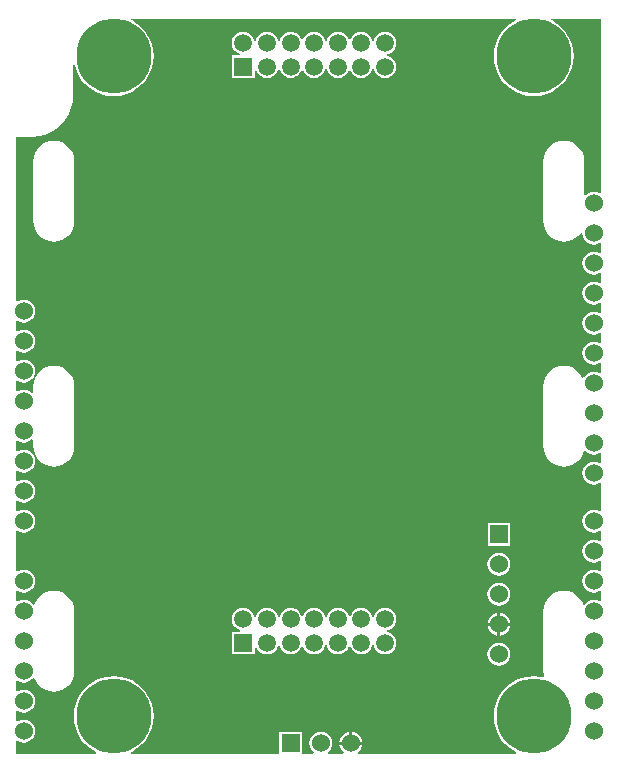
<source format=gbl>
%FSAX24Y24*%
%MOIN*%
G70*
G01*
G75*
G04 Layer_Physical_Order=2*
G04 Layer_Color=16711680*
%ADD10C,0.0197*%
%ADD11C,0.0591*%
%ADD12R,0.0591X0.0591*%
%ADD13C,0.0600*%
%ADD14R,0.0600X0.0600*%
%ADD15R,0.0600X0.0600*%
%ADD16C,0.2500*%
G36*
X052750Y072194D02*
X052705Y072172D01*
X052692Y072182D01*
X052599Y072220D01*
X052500Y072233D01*
X052401Y072220D01*
X052308Y072182D01*
X052229Y072121D01*
X052184Y072136D01*
Y073250D01*
X052183Y073252D01*
X052170Y073383D01*
X052131Y073511D01*
X052068Y073630D01*
X051983Y073733D01*
X051880Y073818D01*
X051761Y073881D01*
X051633Y073920D01*
X051500Y073933D01*
X051367Y073920D01*
X051239Y073881D01*
X051120Y073818D01*
X051017Y073733D01*
X050932Y073630D01*
X050869Y073511D01*
X050830Y073383D01*
X050817Y073252D01*
X050816Y073250D01*
Y071250D01*
X050817Y071248D01*
X050830Y071117D01*
X050869Y070989D01*
X050932Y070870D01*
X051017Y070767D01*
X051120Y070682D01*
X051239Y070619D01*
X051367Y070580D01*
X051500Y070567D01*
X051633Y070580D01*
X051761Y070619D01*
X051880Y070682D01*
X051983Y070767D01*
X052068Y070870D01*
X052070Y070874D01*
X052118Y070859D01*
X052117Y070850D01*
X052130Y070751D01*
X052168Y070658D01*
X052229Y070579D01*
X052308Y070518D01*
X052401Y070480D01*
X052500Y070467D01*
X052599Y070480D01*
X052692Y070518D01*
X052705Y070528D01*
X052750Y070506D01*
Y070194D01*
X052705Y070172D01*
X052692Y070182D01*
X052599Y070220D01*
X052500Y070233D01*
X052401Y070220D01*
X052308Y070182D01*
X052229Y070121D01*
X052168Y070042D01*
X052130Y069949D01*
X052117Y069850D01*
X052130Y069751D01*
X052168Y069658D01*
X052229Y069579D01*
X052308Y069518D01*
X052401Y069480D01*
X052500Y069467D01*
X052599Y069480D01*
X052692Y069518D01*
X052705Y069528D01*
X052750Y069506D01*
Y069194D01*
X052705Y069172D01*
X052692Y069182D01*
X052599Y069220D01*
X052500Y069233D01*
X052401Y069220D01*
X052308Y069182D01*
X052229Y069121D01*
X052168Y069042D01*
X052130Y068949D01*
X052117Y068850D01*
X052130Y068751D01*
X052168Y068658D01*
X052229Y068579D01*
X052308Y068518D01*
X052401Y068480D01*
X052500Y068467D01*
X052599Y068480D01*
X052692Y068518D01*
X052705Y068528D01*
X052750Y068506D01*
Y068194D01*
X052705Y068172D01*
X052692Y068182D01*
X052599Y068220D01*
X052500Y068233D01*
X052401Y068220D01*
X052308Y068182D01*
X052229Y068121D01*
X052168Y068042D01*
X052130Y067949D01*
X052117Y067850D01*
X052130Y067751D01*
X052168Y067658D01*
X052229Y067579D01*
X052308Y067518D01*
X052401Y067480D01*
X052500Y067467D01*
X052599Y067480D01*
X052692Y067518D01*
X052705Y067528D01*
X052750Y067506D01*
Y067194D01*
X052705Y067172D01*
X052692Y067182D01*
X052599Y067220D01*
X052500Y067233D01*
X052401Y067220D01*
X052308Y067182D01*
X052229Y067121D01*
X052168Y067042D01*
X052130Y066949D01*
X052117Y066850D01*
X052130Y066751D01*
X052168Y066658D01*
X052229Y066579D01*
X052308Y066518D01*
X052401Y066480D01*
X052500Y066467D01*
X052599Y066480D01*
X052692Y066518D01*
X052705Y066528D01*
X052750Y066506D01*
Y066194D01*
X052705Y066172D01*
X052692Y066182D01*
X052599Y066220D01*
X052500Y066233D01*
X052401Y066220D01*
X052308Y066182D01*
X052229Y066121D01*
X052168Y066042D01*
X052167Y066040D01*
X052117Y066037D01*
X052068Y066130D01*
X051983Y066233D01*
X051880Y066318D01*
X051761Y066381D01*
X051633Y066420D01*
X051500Y066433D01*
X051367Y066420D01*
X051239Y066381D01*
X051120Y066318D01*
X051017Y066233D01*
X050932Y066130D01*
X050869Y066011D01*
X050830Y065883D01*
X050817Y065752D01*
X050816Y065750D01*
Y063750D01*
X050817Y063748D01*
X050830Y063617D01*
X050869Y063489D01*
X050932Y063370D01*
X051017Y063267D01*
X051120Y063182D01*
X051239Y063119D01*
X051367Y063080D01*
X051500Y063067D01*
X051633Y063080D01*
X051761Y063119D01*
X051880Y063182D01*
X051983Y063267D01*
X052068Y063370D01*
X052131Y063489D01*
X052163Y063592D01*
X052212Y063601D01*
X052229Y063579D01*
X052308Y063518D01*
X052401Y063480D01*
X052500Y063467D01*
X052599Y063480D01*
X052692Y063518D01*
X052705Y063528D01*
X052750Y063506D01*
Y063194D01*
X052705Y063172D01*
X052692Y063182D01*
X052599Y063220D01*
X052500Y063233D01*
X052401Y063220D01*
X052308Y063182D01*
X052229Y063121D01*
X052168Y063042D01*
X052130Y062949D01*
X052117Y062850D01*
X052130Y062751D01*
X052168Y062658D01*
X052229Y062579D01*
X052308Y062518D01*
X052401Y062480D01*
X052500Y062467D01*
X052599Y062480D01*
X052692Y062518D01*
X052705Y062528D01*
X052750Y062506D01*
Y061594D01*
X052705Y061572D01*
X052692Y061582D01*
X052599Y061620D01*
X052500Y061633D01*
X052401Y061620D01*
X052308Y061582D01*
X052229Y061521D01*
X052168Y061442D01*
X052130Y061349D01*
X052117Y061250D01*
X052130Y061151D01*
X052168Y061058D01*
X052229Y060979D01*
X052308Y060918D01*
X052401Y060880D01*
X052500Y060867D01*
X052599Y060880D01*
X052692Y060918D01*
X052705Y060928D01*
X052750Y060906D01*
Y060594D01*
X052705Y060572D01*
X052692Y060582D01*
X052599Y060620D01*
X052500Y060633D01*
X052401Y060620D01*
X052308Y060582D01*
X052229Y060521D01*
X052168Y060442D01*
X052130Y060349D01*
X052117Y060250D01*
X052130Y060151D01*
X052168Y060058D01*
X052229Y059979D01*
X052308Y059918D01*
X052401Y059880D01*
X052500Y059867D01*
X052599Y059880D01*
X052692Y059918D01*
X052705Y059928D01*
X052750Y059906D01*
Y059594D01*
X052705Y059572D01*
X052692Y059582D01*
X052599Y059620D01*
X052500Y059633D01*
X052401Y059620D01*
X052308Y059582D01*
X052229Y059521D01*
X052168Y059442D01*
X052130Y059349D01*
X052117Y059250D01*
X052130Y059151D01*
X052168Y059058D01*
X052229Y058979D01*
X052308Y058918D01*
X052401Y058880D01*
X052500Y058867D01*
X052599Y058880D01*
X052692Y058918D01*
X052705Y058928D01*
X052750Y058906D01*
Y058594D01*
X052705Y058572D01*
X052692Y058582D01*
X052599Y058620D01*
X052500Y058633D01*
X052401Y058620D01*
X052308Y058582D01*
X052229Y058521D01*
X052190Y058470D01*
X052141Y058479D01*
X052131Y058511D01*
X052068Y058630D01*
X051983Y058733D01*
X051880Y058818D01*
X051761Y058881D01*
X051633Y058920D01*
X051500Y058933D01*
X051367Y058920D01*
X051239Y058881D01*
X051120Y058818D01*
X051017Y058733D01*
X050932Y058630D01*
X050869Y058511D01*
X050830Y058383D01*
X050817Y058252D01*
X050816Y058250D01*
Y056250D01*
X050817Y056248D01*
X050830Y056117D01*
X050841Y056081D01*
X050806Y056044D01*
X050709Y056068D01*
X050500Y056084D01*
X050291Y056068D01*
X050088Y056019D01*
X049894Y055939D01*
X049716Y055829D01*
X049557Y055693D01*
X049421Y055534D01*
X049311Y055356D01*
X049231Y055162D01*
X049182Y054959D01*
X049166Y054750D01*
X049182Y054541D01*
X049231Y054338D01*
X049311Y054144D01*
X049421Y053966D01*
X049557Y053807D01*
X049716Y053671D01*
X049894Y053561D01*
X049924Y053549D01*
X049914Y053500D01*
X044646D01*
X044630Y053547D01*
X044671Y053579D01*
X044732Y053658D01*
X044770Y053751D01*
X044777Y053800D01*
X044023D01*
X044030Y053751D01*
X044068Y053658D01*
X044129Y053579D01*
X044170Y053547D01*
X044154Y053500D01*
X043646D01*
X043630Y053547D01*
X043671Y053579D01*
X043732Y053658D01*
X043770Y053751D01*
X043783Y053850D01*
X043770Y053949D01*
X043732Y054042D01*
X043671Y054121D01*
X043592Y054182D01*
X043499Y054220D01*
X043400Y054233D01*
X043301Y054220D01*
X043208Y054182D01*
X043129Y054121D01*
X043068Y054042D01*
X043030Y053949D01*
X043017Y053850D01*
X043030Y053751D01*
X043068Y053658D01*
X043129Y053579D01*
X043170Y053547D01*
X043154Y053500D01*
X042780D01*
Y054230D01*
X042020D01*
Y053500D01*
X037086D01*
X037076Y053549D01*
X037106Y053561D01*
X037284Y053671D01*
X037443Y053807D01*
X037579Y053966D01*
X037689Y054144D01*
X037769Y054338D01*
X037818Y054541D01*
X037834Y054750D01*
X037818Y054959D01*
X037769Y055162D01*
X037689Y055356D01*
X037579Y055534D01*
X037443Y055693D01*
X037284Y055829D01*
X037106Y055939D01*
X036912Y056019D01*
X036709Y056068D01*
X036500Y056084D01*
X036291Y056068D01*
X036088Y056019D01*
X035894Y055939D01*
X035716Y055829D01*
X035557Y055693D01*
X035421Y055534D01*
X035311Y055356D01*
X035231Y055162D01*
X035182Y054959D01*
X035166Y054750D01*
X035182Y054541D01*
X035231Y054338D01*
X035311Y054144D01*
X035421Y053966D01*
X035557Y053807D01*
X035716Y053671D01*
X035894Y053561D01*
X035924Y053549D01*
X035914Y053500D01*
X033250D01*
Y053906D01*
X033295Y053928D01*
X033308Y053918D01*
X033401Y053880D01*
X033500Y053867D01*
X033599Y053880D01*
X033692Y053918D01*
X033771Y053979D01*
X033832Y054058D01*
X033870Y054151D01*
X033883Y054250D01*
X033870Y054349D01*
X033832Y054442D01*
X033771Y054521D01*
X033692Y054582D01*
X033599Y054620D01*
X033500Y054633D01*
X033401Y054620D01*
X033308Y054582D01*
X033295Y054572D01*
X033250Y054594D01*
Y054906D01*
X033295Y054928D01*
X033308Y054918D01*
X033401Y054880D01*
X033500Y054867D01*
X033599Y054880D01*
X033692Y054918D01*
X033771Y054979D01*
X033832Y055058D01*
X033870Y055151D01*
X033883Y055250D01*
X033870Y055349D01*
X033832Y055442D01*
X033771Y055521D01*
X033692Y055582D01*
X033599Y055620D01*
X033500Y055633D01*
X033401Y055620D01*
X033308Y055582D01*
X033295Y055572D01*
X033250Y055594D01*
Y055906D01*
X033295Y055928D01*
X033308Y055918D01*
X033401Y055880D01*
X033500Y055867D01*
X033599Y055880D01*
X033692Y055918D01*
X033771Y055979D01*
X033810Y056030D01*
X033859Y056021D01*
X033869Y055989D01*
X033932Y055870D01*
X034017Y055767D01*
X034120Y055682D01*
X034239Y055619D01*
X034367Y055580D01*
X034500Y055567D01*
X034633Y055580D01*
X034761Y055619D01*
X034880Y055682D01*
X034983Y055767D01*
X035068Y055870D01*
X035131Y055989D01*
X035170Y056117D01*
X035183Y056248D01*
X035184Y056250D01*
Y058250D01*
X035183Y058252D01*
X035170Y058383D01*
X035131Y058511D01*
X035068Y058630D01*
X034983Y058733D01*
X034880Y058818D01*
X034761Y058881D01*
X034633Y058920D01*
X034500Y058933D01*
X034367Y058920D01*
X034239Y058881D01*
X034120Y058818D01*
X034017Y058733D01*
X033932Y058630D01*
X033869Y058511D01*
X033859Y058479D01*
X033810Y058470D01*
X033771Y058521D01*
X033692Y058582D01*
X033599Y058620D01*
X033500Y058633D01*
X033401Y058620D01*
X033308Y058582D01*
X033295Y058572D01*
X033250Y058594D01*
Y058906D01*
X033295Y058928D01*
X033308Y058918D01*
X033401Y058880D01*
X033500Y058867D01*
X033599Y058880D01*
X033692Y058918D01*
X033771Y058979D01*
X033832Y059058D01*
X033870Y059151D01*
X033883Y059250D01*
X033870Y059349D01*
X033832Y059442D01*
X033771Y059521D01*
X033692Y059582D01*
X033599Y059620D01*
X033500Y059633D01*
X033401Y059620D01*
X033308Y059582D01*
X033295Y059572D01*
X033250Y059594D01*
Y060906D01*
X033295Y060928D01*
X033308Y060918D01*
X033401Y060880D01*
X033500Y060867D01*
X033599Y060880D01*
X033692Y060918D01*
X033771Y060979D01*
X033832Y061058D01*
X033870Y061151D01*
X033883Y061250D01*
X033870Y061349D01*
X033832Y061442D01*
X033771Y061521D01*
X033692Y061582D01*
X033599Y061620D01*
X033500Y061633D01*
X033401Y061620D01*
X033308Y061582D01*
X033295Y061572D01*
X033250Y061594D01*
Y061906D01*
X033295Y061928D01*
X033308Y061918D01*
X033401Y061880D01*
X033500Y061867D01*
X033599Y061880D01*
X033692Y061918D01*
X033771Y061979D01*
X033832Y062058D01*
X033870Y062151D01*
X033883Y062250D01*
X033870Y062349D01*
X033832Y062442D01*
X033771Y062521D01*
X033692Y062582D01*
X033599Y062620D01*
X033500Y062633D01*
X033401Y062620D01*
X033308Y062582D01*
X033295Y062572D01*
X033250Y062594D01*
Y062906D01*
X033295Y062928D01*
X033308Y062918D01*
X033401Y062880D01*
X033500Y062867D01*
X033599Y062880D01*
X033692Y062918D01*
X033771Y062979D01*
X033832Y063058D01*
X033870Y063151D01*
X033883Y063250D01*
X033870Y063349D01*
X033832Y063442D01*
X033771Y063521D01*
X033692Y063582D01*
X033599Y063620D01*
X033500Y063633D01*
X033401Y063620D01*
X033308Y063582D01*
X033295Y063572D01*
X033250Y063594D01*
Y063906D01*
X033295Y063928D01*
X033308Y063918D01*
X033401Y063880D01*
X033500Y063867D01*
X033599Y063880D01*
X033692Y063918D01*
X033771Y063979D01*
X033816Y063964D01*
Y063750D01*
X033817Y063748D01*
X033830Y063617D01*
X033869Y063489D01*
X033932Y063370D01*
X034017Y063267D01*
X034120Y063182D01*
X034239Y063119D01*
X034367Y063080D01*
X034500Y063067D01*
X034633Y063080D01*
X034761Y063119D01*
X034880Y063182D01*
X034983Y063267D01*
X035068Y063370D01*
X035131Y063489D01*
X035170Y063617D01*
X035183Y063748D01*
X035184Y063750D01*
Y065750D01*
X035183Y065752D01*
X035170Y065883D01*
X035131Y066011D01*
X035068Y066130D01*
X034983Y066233D01*
X034880Y066318D01*
X034761Y066381D01*
X034633Y066420D01*
X034500Y066433D01*
X034367Y066420D01*
X034239Y066381D01*
X034120Y066318D01*
X034017Y066233D01*
X033932Y066130D01*
X033869Y066011D01*
X033830Y065883D01*
X033817Y065752D01*
X033816Y065750D01*
Y065536D01*
X033771Y065521D01*
X033692Y065582D01*
X033599Y065620D01*
X033500Y065633D01*
X033401Y065620D01*
X033308Y065582D01*
X033295Y065572D01*
X033250Y065594D01*
Y065906D01*
X033295Y065928D01*
X033308Y065918D01*
X033401Y065880D01*
X033500Y065867D01*
X033599Y065880D01*
X033692Y065918D01*
X033771Y065979D01*
X033832Y066058D01*
X033870Y066151D01*
X033883Y066250D01*
X033870Y066349D01*
X033832Y066442D01*
X033771Y066521D01*
X033692Y066582D01*
X033599Y066620D01*
X033500Y066633D01*
X033401Y066620D01*
X033308Y066582D01*
X033295Y066572D01*
X033250Y066594D01*
Y066906D01*
X033295Y066928D01*
X033308Y066918D01*
X033401Y066880D01*
X033500Y066867D01*
X033599Y066880D01*
X033692Y066918D01*
X033771Y066979D01*
X033832Y067058D01*
X033870Y067151D01*
X033883Y067250D01*
X033870Y067349D01*
X033832Y067442D01*
X033771Y067521D01*
X033692Y067582D01*
X033599Y067620D01*
X033500Y067633D01*
X033401Y067620D01*
X033308Y067582D01*
X033295Y067572D01*
X033250Y067594D01*
Y067906D01*
X033295Y067928D01*
X033308Y067918D01*
X033401Y067880D01*
X033500Y067867D01*
X033599Y067880D01*
X033692Y067918D01*
X033771Y067979D01*
X033832Y068058D01*
X033870Y068151D01*
X033883Y068250D01*
X033870Y068349D01*
X033832Y068442D01*
X033771Y068521D01*
X033692Y068582D01*
X033599Y068620D01*
X033500Y068633D01*
X033401Y068620D01*
X033308Y068582D01*
X033295Y068572D01*
X033250Y068594D01*
Y074066D01*
X033787D01*
Y074066D01*
X034001Y074083D01*
X034209Y074133D01*
X034407Y074215D01*
X034590Y074327D01*
X034753Y074466D01*
X034892Y074629D01*
X035004Y074811D01*
X035086Y075009D01*
X035136Y075218D01*
X035153Y075431D01*
X035152D01*
Y076455D01*
X035202Y076461D01*
X035231Y076338D01*
X035311Y076144D01*
X035421Y075966D01*
X035557Y075807D01*
X035716Y075671D01*
X035894Y075561D01*
X036088Y075481D01*
X036291Y075432D01*
X036500Y075416D01*
X036709Y075432D01*
X036912Y075481D01*
X037106Y075561D01*
X037284Y075671D01*
X037443Y075807D01*
X037579Y075966D01*
X037689Y076144D01*
X037769Y076338D01*
X037818Y076541D01*
X037834Y076750D01*
X037818Y076959D01*
X037769Y077162D01*
X037689Y077356D01*
X037579Y077534D01*
X037443Y077693D01*
X037284Y077829D01*
X037106Y077939D01*
X037076Y077951D01*
X037086Y078000D01*
X049914D01*
X049924Y077951D01*
X049894Y077939D01*
X049716Y077829D01*
X049557Y077693D01*
X049421Y077534D01*
X049311Y077356D01*
X049231Y077162D01*
X049182Y076959D01*
X049166Y076750D01*
X049182Y076541D01*
X049231Y076338D01*
X049311Y076144D01*
X049421Y075966D01*
X049557Y075807D01*
X049716Y075671D01*
X049894Y075561D01*
X050088Y075481D01*
X050291Y075432D01*
X050500Y075416D01*
X050709Y075432D01*
X050912Y075481D01*
X051106Y075561D01*
X051284Y075671D01*
X051443Y075807D01*
X051579Y075966D01*
X051689Y076144D01*
X051769Y076338D01*
X051818Y076541D01*
X051834Y076750D01*
X051818Y076959D01*
X051769Y077162D01*
X051689Y077356D01*
X051579Y077534D01*
X051443Y077693D01*
X051284Y077829D01*
X051106Y077939D01*
X051076Y077951D01*
X051086Y078000D01*
X052750D01*
Y072194D01*
D02*
G37*
%LPC*%
G36*
X049290Y057760D02*
X048963D01*
X048970Y057711D01*
X049008Y057618D01*
X049069Y057539D01*
X049148Y057478D01*
X049241Y057440D01*
X049290Y057433D01*
Y057760D01*
D02*
G37*
G36*
X049717D02*
X049390D01*
Y057433D01*
X049439Y057440D01*
X049532Y057478D01*
X049611Y057539D01*
X049672Y057618D01*
X049710Y057711D01*
X049717Y057760D01*
D02*
G37*
G36*
X049290Y058187D02*
X049241Y058180D01*
X049148Y058142D01*
X049069Y058081D01*
X049008Y058002D01*
X048970Y057909D01*
X048963Y057860D01*
X049290D01*
Y058187D01*
D02*
G37*
G36*
X044350Y054227D02*
X044301Y054220D01*
X044208Y054182D01*
X044129Y054121D01*
X044068Y054042D01*
X044030Y053949D01*
X044023Y053900D01*
X044350D01*
Y054227D01*
D02*
G37*
G36*
X044450D02*
Y053900D01*
X044777D01*
X044770Y053949D01*
X044732Y054042D01*
X044671Y054121D01*
X044592Y054182D01*
X044499Y054220D01*
X044450Y054227D01*
D02*
G37*
G36*
X049340Y057193D02*
X049241Y057180D01*
X049148Y057142D01*
X049069Y057081D01*
X049008Y057002D01*
X048970Y056909D01*
X048957Y056810D01*
X048970Y056711D01*
X049008Y056618D01*
X049069Y056539D01*
X049148Y056478D01*
X049241Y056440D01*
X049340Y056427D01*
X049439Y056440D01*
X049532Y056478D01*
X049611Y056539D01*
X049672Y056618D01*
X049710Y056711D01*
X049723Y056810D01*
X049710Y056909D01*
X049672Y057002D01*
X049611Y057081D01*
X049532Y057142D01*
X049439Y057180D01*
X049340Y057193D01*
D02*
G37*
G36*
X049390Y058187D02*
Y057860D01*
X049717D01*
X049710Y057909D01*
X049672Y058002D01*
X049611Y058081D01*
X049532Y058142D01*
X049439Y058180D01*
X049390Y058187D01*
D02*
G37*
G36*
X049720Y061190D02*
X048960D01*
Y060430D01*
X049720D01*
Y061190D01*
D02*
G37*
G36*
X034500Y073933D02*
X034367Y073920D01*
X034239Y073881D01*
X034120Y073818D01*
X034017Y073733D01*
X033932Y073630D01*
X033869Y073511D01*
X033830Y073383D01*
X033817Y073252D01*
X033816Y073250D01*
Y071250D01*
X033817Y071248D01*
X033830Y071117D01*
X033869Y070989D01*
X033932Y070870D01*
X034017Y070767D01*
X034120Y070682D01*
X034239Y070619D01*
X034367Y070580D01*
X034500Y070567D01*
X034633Y070580D01*
X034761Y070619D01*
X034880Y070682D01*
X034983Y070767D01*
X035068Y070870D01*
X035131Y070989D01*
X035170Y071117D01*
X035183Y071248D01*
X035184Y071250D01*
Y073250D01*
X035183Y073252D01*
X035170Y073383D01*
X035131Y073511D01*
X035068Y073630D01*
X034983Y073733D01*
X034880Y073818D01*
X034761Y073881D01*
X034633Y073920D01*
X034500Y073933D01*
D02*
G37*
G36*
X045544Y077566D02*
X045446Y077553D01*
X045355Y077515D01*
X045277Y077455D01*
X045217Y077377D01*
X045179Y077285D01*
X045176Y077262D01*
X045126D01*
X045123Y077285D01*
X045085Y077377D01*
X045025Y077455D01*
X044946Y077515D01*
X044855Y077553D01*
X044757Y077566D01*
X044659Y077553D01*
X044568Y077515D01*
X044489Y077455D01*
X044429Y077377D01*
X044391Y077285D01*
X044388Y077262D01*
X044338D01*
X044335Y077285D01*
X044297Y077377D01*
X044237Y077455D01*
X044159Y077515D01*
X044068Y077553D01*
X043970Y077566D01*
X043872Y077553D01*
X043780Y077515D01*
X043702Y077455D01*
X043642Y077377D01*
X043604Y077285D01*
X043601Y077262D01*
X043551D01*
X043548Y077285D01*
X043510Y077377D01*
X043450Y077455D01*
X043371Y077515D01*
X043280Y077553D01*
X043182Y077566D01*
X043084Y077553D01*
X042993Y077515D01*
X042915Y077455D01*
X042854Y077377D01*
X042817Y077285D01*
X042814Y077262D01*
X042764D01*
X042760Y077285D01*
X042723Y077377D01*
X042662Y077455D01*
X042584Y077515D01*
X042493Y077553D01*
X042395Y077566D01*
X042297Y077553D01*
X042206Y077515D01*
X042127Y077455D01*
X042067Y077377D01*
X042029Y077285D01*
X042026Y077262D01*
X041976D01*
X041973Y077285D01*
X041935Y077377D01*
X041875Y077455D01*
X041797Y077515D01*
X041705Y077553D01*
X041607Y077566D01*
X041509Y077553D01*
X041418Y077515D01*
X041340Y077455D01*
X041280Y077377D01*
X041242Y077285D01*
X041239Y077262D01*
X041189D01*
X041186Y077285D01*
X041148Y077377D01*
X041088Y077455D01*
X041009Y077515D01*
X040918Y077553D01*
X040820Y077566D01*
X040722Y077553D01*
X040631Y077515D01*
X040552Y077455D01*
X040492Y077377D01*
X040454Y077285D01*
X040441Y077187D01*
X040454Y077089D01*
X040492Y076998D01*
X040552Y076920D01*
X040631Y076860D01*
X040716Y076824D01*
X040706Y076775D01*
X040445D01*
Y076025D01*
X041195D01*
Y076286D01*
X041244Y076296D01*
X041280Y076211D01*
X041340Y076132D01*
X041418Y076072D01*
X041509Y076034D01*
X041607Y076021D01*
X041705Y076034D01*
X041797Y076072D01*
X041875Y076132D01*
X041935Y076211D01*
X041973Y076302D01*
X041976Y076325D01*
X042026D01*
X042029Y076302D01*
X042067Y076211D01*
X042127Y076132D01*
X042206Y076072D01*
X042297Y076034D01*
X042395Y076021D01*
X042493Y076034D01*
X042584Y076072D01*
X042662Y076132D01*
X042723Y076211D01*
X042760Y076302D01*
X042764Y076325D01*
X042814D01*
X042817Y076302D01*
X042854Y076211D01*
X042915Y076132D01*
X042993Y076072D01*
X043084Y076034D01*
X043182Y076021D01*
X043280Y076034D01*
X043371Y076072D01*
X043450Y076132D01*
X043510Y076211D01*
X043548Y076302D01*
X043551Y076325D01*
X043601D01*
X043604Y076302D01*
X043642Y076211D01*
X043702Y076132D01*
X043780Y076072D01*
X043872Y076034D01*
X043970Y076021D01*
X044068Y076034D01*
X044159Y076072D01*
X044237Y076132D01*
X044297Y076211D01*
X044335Y076302D01*
X044338Y076325D01*
X044388D01*
X044391Y076302D01*
X044429Y076211D01*
X044489Y076132D01*
X044568Y076072D01*
X044659Y076034D01*
X044757Y076021D01*
X044855Y076034D01*
X044946Y076072D01*
X045025Y076132D01*
X045085Y076211D01*
X045123Y076302D01*
X045126Y076325D01*
X045176D01*
X045179Y076302D01*
X045217Y076211D01*
X045277Y076132D01*
X045355Y076072D01*
X045446Y076034D01*
X045544Y076021D01*
X045642Y076034D01*
X045734Y076072D01*
X045812Y076132D01*
X045872Y076211D01*
X045910Y076302D01*
X045923Y076400D01*
X045910Y076498D01*
X045872Y076589D01*
X045812Y076668D01*
X045734Y076728D01*
X045642Y076766D01*
X045619Y076769D01*
Y076819D01*
X045642Y076822D01*
X045734Y076860D01*
X045812Y076920D01*
X045872Y076998D01*
X045910Y077089D01*
X045923Y077187D01*
X045910Y077285D01*
X045872Y077377D01*
X045812Y077455D01*
X045734Y077515D01*
X045642Y077553D01*
X045544Y077566D01*
D02*
G37*
G36*
Y058356D02*
X045446Y058343D01*
X045355Y058305D01*
X045277Y058245D01*
X045217Y058167D01*
X045179Y058075D01*
X045176Y058052D01*
X045126D01*
X045123Y058075D01*
X045085Y058167D01*
X045025Y058245D01*
X044946Y058305D01*
X044855Y058343D01*
X044757Y058356D01*
X044659Y058343D01*
X044568Y058305D01*
X044489Y058245D01*
X044429Y058167D01*
X044391Y058075D01*
X044388Y058052D01*
X044338D01*
X044335Y058075D01*
X044297Y058167D01*
X044237Y058245D01*
X044159Y058305D01*
X044068Y058343D01*
X043970Y058356D01*
X043872Y058343D01*
X043780Y058305D01*
X043702Y058245D01*
X043642Y058167D01*
X043604Y058075D01*
X043601Y058052D01*
X043551D01*
X043548Y058075D01*
X043510Y058167D01*
X043450Y058245D01*
X043371Y058305D01*
X043280Y058343D01*
X043182Y058356D01*
X043084Y058343D01*
X042993Y058305D01*
X042915Y058245D01*
X042854Y058167D01*
X042817Y058075D01*
X042814Y058052D01*
X042764D01*
X042760Y058075D01*
X042723Y058167D01*
X042662Y058245D01*
X042584Y058305D01*
X042493Y058343D01*
X042395Y058356D01*
X042297Y058343D01*
X042206Y058305D01*
X042127Y058245D01*
X042067Y058167D01*
X042029Y058075D01*
X042026Y058052D01*
X041976D01*
X041973Y058075D01*
X041935Y058167D01*
X041875Y058245D01*
X041797Y058305D01*
X041705Y058343D01*
X041607Y058356D01*
X041509Y058343D01*
X041418Y058305D01*
X041340Y058245D01*
X041280Y058167D01*
X041242Y058075D01*
X041239Y058052D01*
X041189D01*
X041186Y058075D01*
X041148Y058167D01*
X041088Y058245D01*
X041009Y058305D01*
X040918Y058343D01*
X040820Y058356D01*
X040722Y058343D01*
X040631Y058305D01*
X040552Y058245D01*
X040492Y058167D01*
X040454Y058075D01*
X040441Y057977D01*
X040454Y057879D01*
X040492Y057788D01*
X040552Y057710D01*
X040631Y057650D01*
X040716Y057614D01*
X040706Y057565D01*
X040445D01*
Y056815D01*
X041195D01*
Y057076D01*
X041244Y057086D01*
X041280Y057001D01*
X041340Y056922D01*
X041418Y056862D01*
X041509Y056824D01*
X041607Y056811D01*
X041705Y056824D01*
X041797Y056862D01*
X041875Y056922D01*
X041935Y057001D01*
X041973Y057092D01*
X041976Y057115D01*
X042026D01*
X042029Y057092D01*
X042067Y057001D01*
X042127Y056922D01*
X042206Y056862D01*
X042297Y056824D01*
X042395Y056811D01*
X042493Y056824D01*
X042584Y056862D01*
X042662Y056922D01*
X042723Y057001D01*
X042760Y057092D01*
X042764Y057115D01*
X042814D01*
X042817Y057092D01*
X042854Y057001D01*
X042915Y056922D01*
X042993Y056862D01*
X043084Y056824D01*
X043182Y056811D01*
X043280Y056824D01*
X043371Y056862D01*
X043450Y056922D01*
X043510Y057001D01*
X043548Y057092D01*
X043551Y057115D01*
X043601D01*
X043604Y057092D01*
X043642Y057001D01*
X043702Y056922D01*
X043780Y056862D01*
X043872Y056824D01*
X043970Y056811D01*
X044068Y056824D01*
X044159Y056862D01*
X044237Y056922D01*
X044297Y057001D01*
X044335Y057092D01*
X044338Y057115D01*
X044388D01*
X044391Y057092D01*
X044429Y057001D01*
X044489Y056922D01*
X044568Y056862D01*
X044659Y056824D01*
X044757Y056811D01*
X044855Y056824D01*
X044946Y056862D01*
X045025Y056922D01*
X045085Y057001D01*
X045123Y057092D01*
X045126Y057115D01*
X045176D01*
X045179Y057092D01*
X045217Y057001D01*
X045277Y056922D01*
X045355Y056862D01*
X045446Y056824D01*
X045544Y056811D01*
X045642Y056824D01*
X045734Y056862D01*
X045812Y056922D01*
X045872Y057001D01*
X045910Y057092D01*
X045923Y057190D01*
X045910Y057288D01*
X045872Y057379D01*
X045812Y057458D01*
X045734Y057518D01*
X045642Y057556D01*
X045619Y057559D01*
Y057609D01*
X045642Y057612D01*
X045734Y057650D01*
X045812Y057710D01*
X045872Y057788D01*
X045910Y057879D01*
X045923Y057977D01*
X045910Y058075D01*
X045872Y058167D01*
X045812Y058245D01*
X045734Y058305D01*
X045642Y058343D01*
X045544Y058356D01*
D02*
G37*
G36*
X049340Y059193D02*
X049241Y059180D01*
X049148Y059142D01*
X049069Y059081D01*
X049008Y059002D01*
X048970Y058909D01*
X048957Y058810D01*
X048970Y058711D01*
X049008Y058618D01*
X049069Y058539D01*
X049148Y058478D01*
X049241Y058440D01*
X049340Y058427D01*
X049439Y058440D01*
X049532Y058478D01*
X049611Y058539D01*
X049672Y058618D01*
X049710Y058711D01*
X049723Y058810D01*
X049710Y058909D01*
X049672Y059002D01*
X049611Y059081D01*
X049532Y059142D01*
X049439Y059180D01*
X049340Y059193D01*
D02*
G37*
G36*
Y060193D02*
X049241Y060180D01*
X049148Y060142D01*
X049069Y060081D01*
X049008Y060002D01*
X048970Y059909D01*
X048957Y059810D01*
X048970Y059711D01*
X049008Y059618D01*
X049069Y059539D01*
X049148Y059478D01*
X049241Y059440D01*
X049340Y059427D01*
X049439Y059440D01*
X049532Y059478D01*
X049611Y059539D01*
X049672Y059618D01*
X049710Y059711D01*
X049723Y059810D01*
X049710Y059909D01*
X049672Y060002D01*
X049611Y060081D01*
X049532Y060142D01*
X049439Y060180D01*
X049340Y060193D01*
D02*
G37*
%LPD*%
D11*
X045544Y057977D02*
D03*
Y057190D02*
D03*
X044757Y057977D02*
D03*
Y057190D02*
D03*
X040820Y057977D02*
D03*
X041607Y057190D02*
D03*
X042395D02*
D03*
X043182D02*
D03*
X043970D02*
D03*
X041607Y057977D02*
D03*
X042395D02*
D03*
X043182D02*
D03*
X043970D02*
D03*
X045544Y077187D02*
D03*
Y076400D02*
D03*
X044757Y077187D02*
D03*
Y076400D02*
D03*
X040820Y077187D02*
D03*
X041607Y076400D02*
D03*
X042395D02*
D03*
X043182D02*
D03*
X043970D02*
D03*
X041607Y077187D02*
D03*
X042395D02*
D03*
X043182D02*
D03*
X043970D02*
D03*
D12*
X040820Y057190D02*
D03*
Y076400D02*
D03*
D13*
X052500Y070850D02*
D03*
Y069850D02*
D03*
Y068850D02*
D03*
Y067850D02*
D03*
Y066850D02*
D03*
Y065850D02*
D03*
Y064850D02*
D03*
Y063850D02*
D03*
Y062850D02*
D03*
Y061250D02*
D03*
Y060250D02*
D03*
Y059250D02*
D03*
Y058250D02*
D03*
Y057250D02*
D03*
Y056250D02*
D03*
Y055250D02*
D03*
Y054250D02*
D03*
X033500D02*
D03*
Y055250D02*
D03*
Y056250D02*
D03*
Y057250D02*
D03*
Y058250D02*
D03*
Y059250D02*
D03*
Y061250D02*
D03*
Y062250D02*
D03*
Y063250D02*
D03*
Y064250D02*
D03*
Y065250D02*
D03*
Y066250D02*
D03*
Y067250D02*
D03*
Y068250D02*
D03*
X052500Y071850D02*
D03*
X049340Y059810D02*
D03*
Y058810D02*
D03*
Y057810D02*
D03*
Y056810D02*
D03*
X044400Y053850D02*
D03*
X043400D02*
D03*
D14*
X049340Y060810D02*
D03*
D15*
X042400Y053850D02*
D03*
D16*
X036500Y054750D02*
D03*
Y076750D02*
D03*
X050500D02*
D03*
Y054750D02*
D03*
M02*

</source>
